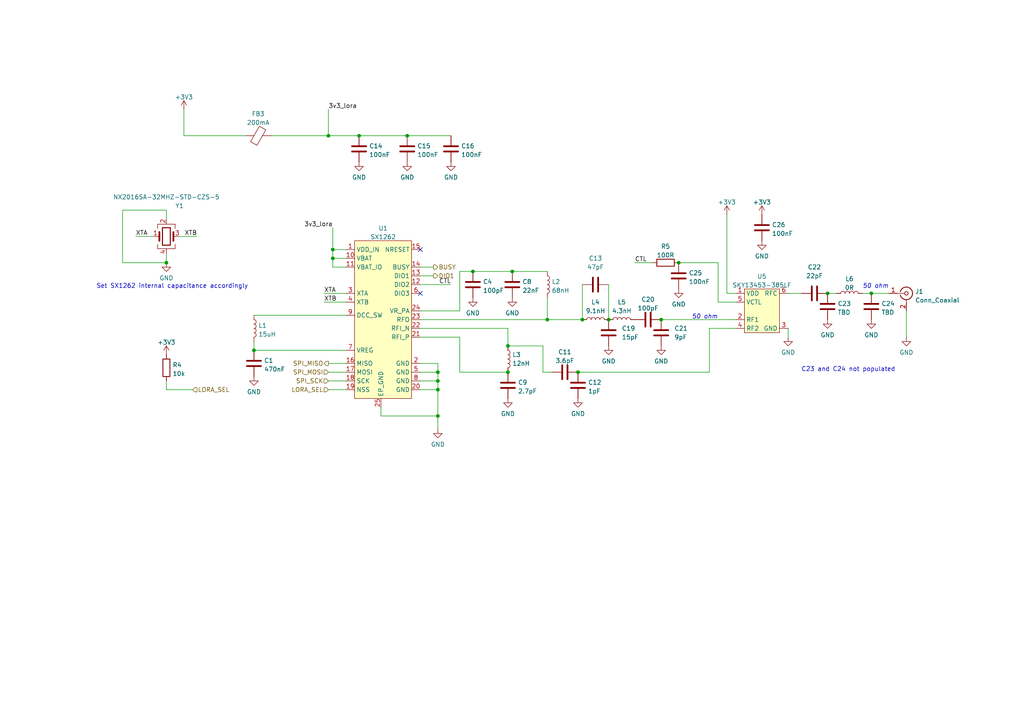
<source format=kicad_sch>
(kicad_sch (version 20230121) (generator eeschema)
  (paper "A4")
  (title_block (title "Tracker") (date "2023-02-07") (rev "1") (company "Polskie Towarzystwo Rakietowe") (comment 1 "bartekM, FlyingBanana, Kretu, Red Labs, karmelek, U.S. air force i inni"))
  (lib_symbols
    (symbol "Connector:Conn_Coaxial" (pin_names (offset 1.016) hide)
      (property "Reference" "J" (at 0.254 3.048 0))
      (property "Value" "Conn_Coaxial" (at 2.921 0 90))
      (symbol "Conn_Coaxial_0_1"
        (arc (start -1.778 -0.508) (mid 0.2311 -1.8066) (end 1.778 0) (stroke (width 0.254)))
        (polyline (pts (xy -2.54 0) (xy -0.508 0)))
        (polyline (pts (xy 0 -2.54) (xy 0 -1.778)))
        (circle (center 0 0) (radius 0.508) (stroke (width 0.2032)))
        (arc (start 1.778 0) (mid 0.2099 1.8101) (end -1.778 0.508) (stroke (width 0.254)))
      )
      (symbol "Conn_Coaxial_1_1"
        (pin passive line (at -5.08 0 0) (length 2.54) (name "In") (number "1"))
        (pin passive line (at 0 -5.08 90) (length 2.54) (name "Ext") (number "2"))
      )
    )
    (symbol "Device:C" (pin_numbers hide) (pin_names (offset 0.254))
      (property "Reference" "C" (at 0.635 2.54 0))
      (property "Value" "C" (at 0.635 -2.54 0))
      (symbol "C_0_1"
        (polyline (pts (xy -2.032 -0.762) (xy 2.032 -0.762)) (stroke (width 0.508)))
        (polyline (pts (xy -2.032 0.762) (xy 2.032 0.762)) (stroke (width 0.508)))
      )
      (symbol "C_1_1"
        (pin passive line (at 0 3.81 270) (length 2.794) (name "~") (number "1"))
        (pin passive line (at 0 -3.81 90) (length 2.794) (name "~") (number "2"))
      )
    )
    (symbol "Device:Crystal_GND24" (pin_names (offset 1.016) hide)
      (property "Reference" "Y" (at 3.175 5.08 0))
      (property "Value" "Crystal_GND24" (at 3.175 3.175 0))
      (symbol "Crystal_GND24_0_1"
        (rectangle (start -1.143 2.54) (end 1.143 -2.54) (stroke (width 0.3048)))
        (polyline (pts (xy -2.54 0) (xy -2.032 0)))
        (polyline (pts (xy -2.032 -1.27) (xy -2.032 1.27)) (stroke (width 0.508)))
        (polyline (pts (xy 0 -3.81) (xy 0 -3.556)))
        (polyline (pts (xy 0 3.556) (xy 0 3.81)))
        (polyline (pts (xy 2.032 -1.27) (xy 2.032 1.27)) (stroke (width 0.508)))
        (polyline (pts (xy 2.032 0) (xy 2.54 0)))
        (polyline (pts (xy -2.54 -2.286) (xy -2.54 -3.556) (xy 2.54 -3.556) (xy 2.54 -2.286)))
        (polyline (pts (xy -2.54 2.286) (xy -2.54 3.556) (xy 2.54 3.556) (xy 2.54 2.286)))
      )
      (symbol "Crystal_GND24_1_1"
        (pin passive line (at -3.81 0 0) (length 1.27) (name "1") (number "1"))
        (pin passive line (at 0 5.08 270) (length 1.27) (name "2") (number "2"))
        (pin passive line (at 3.81 0 180) (length 1.27) (name "3") (number "3"))
        (pin passive line (at 0 -5.08 90) (length 1.27) (name "4") (number "4"))
      )
    )
    (symbol "Device:FerriteBead" (pin_numbers hide) (pin_names (offset 0))
      (property "Reference" "FB" (at -3.81 0.635 90))
      (property "Value" "FerriteBead" (at 3.81 0 90))
      (symbol "FerriteBead_0_1"
        (polyline (pts (xy 0 -1.27) (xy 0 -1.2192)))
        (polyline (pts (xy 0 1.27) (xy 0 1.2954)))
        (polyline (pts (xy -2.7686 0.4064) (xy -1.7018 2.2606) (xy 2.7686 -0.3048) (xy 1.6764 -2.159) (xy -2.7686 0.4064)))
      )
      (symbol "FerriteBead_1_1"
        (pin passive line (at 0 3.81 270) (length 2.54) (name "~") (number "1"))
        (pin passive line (at 0 -3.81 90) (length 2.54) (name "~") (number "2"))
      )
    )
    (symbol "Device:L" (pin_numbers hide) (pin_names (offset 1.016) hide)
      (property "Reference" "L" (at -1.27 0 90))
      (property "Value" "L" (at 1.905 0 90))
      (symbol "L_0_1"
        (arc (start 0 -2.54) (mid 0.6323 -1.905) (end 0 -1.27))
        (arc (start 0 -1.27) (mid 0.6323 -0.635) (end 0 0))
        (arc (start 0 0) (mid 0.6323 0.635) (end 0 1.27))
        (arc (start 0 1.27) (mid 0.6323 1.905) (end 0 2.54))
      )
      (symbol "L_1_1"
        (pin passive line (at 0 3.81 270) (length 1.27) (name "1") (number "1"))
        (pin passive line (at 0 -3.81 90) (length 1.27) (name "2") (number "2"))
      )
    )
    (symbol "Device:R" (pin_numbers hide) (pin_names (offset 0))
      (property "Reference" "R" (at 2.032 0 90))
      (property "Value" "R" (at 0 0 90))
      (symbol "R_0_1"
        (rectangle (start -1.016 -2.54) (end 1.016 2.54) (stroke (width 0.254)))
      )
      (symbol "R_1_1"
        (pin passive line (at 0 3.81 270) (length 1.27) (name "~") (number "1"))
        (pin passive line (at 0 -3.81 90) (length 1.27) (name "~") (number "2"))
      )
    )
    (symbol "power:+3V3" (power) (pin_names (offset 0))
      (property "Value" "+3V3" (at 0 3.556 0))
      (symbol "+3V3_0_1"
        (polyline (pts (xy -0.762 1.27) (xy 0 2.54)))
        (polyline (pts (xy 0 0) (xy 0 2.54)))
        (polyline (pts (xy 0 2.54) (xy 0.762 1.27)))
      )
      (symbol "+3V3_1_1"
        (pin power_in line (at 0 0 90) (length 0) hide (name "+3V3") (number "1"))
      )
    )
    (symbol "power:GND" (power) (pin_names (offset 0))
      (property "Value" "GND" (at 0 -3.81 0))
      (symbol "GND_0_1"
        (polyline (pts (xy 0 0) (xy 0 -1.27) (xy 1.27 -1.27) (xy 0 -2.54) (xy -1.27 -1.27) (xy 0 -1.27)))
      )
      (symbol "GND_1_1"
        (pin power_in line (at 0 0 270) (length 0) hide (name "GND") (number "1"))
      )
    )
    (symbol "stanley_misc:SKY13453-385LF"
      (property "Reference" "U" (at 0 10.16 0))
      (property "Value" "SKY13453-385LF" (at 0 7.62 0))
      (symbol "SKY13453-385LF_0_1"
        (rectangle (start -5.08 6.35) (end 5.08 -6.35) (stroke (width 0.1524)) (fill (type background)))
      )
      (symbol "SKY13453-385LF_1_1"
        (pin input line (at -7.62 5.08 0) (length 2.54) (name "VDD") (number "1"))
        (pin input line (at -7.62 -2.54 0) (length 2.54) (name "RF1") (number "2"))
        (pin input line (at 7.62 -5.08 180) (length 2.54) (name "GND") (number "3"))
        (pin input line (at -7.62 -5.08 0) (length 2.54) (name "RF2") (number "4"))
        (pin input line (at -7.62 2.54 0) (length 2.54) (name "VCTL") (number "5"))
        (pin input line (at 7.62 5.08 180) (length 2.54) (name "RFC") (number "6"))
      )
    )
    (symbol "stanley_misc:SX1262"
      (property "Reference" "U" (at 0 16.51 0))
      (property "Value" "SX1262" (at 0 13.97 0))
      (symbol "SX1262_0_1"
        (rectangle (start -7.62 12.7) (end 8.89 -33.02) (stroke (width 0.1524)) (fill (type background)))
      )
      (symbol "SX1262_1_1"
        (pin input line (at -10.16 10.16 0) (length 2.54) (name "VDD_IN") (number "1"))
        (pin input line (at -10.16 7.62 0) (length 2.54) (name "VBAT") (number "10"))
        (pin input line (at -10.16 5.08 0) (length 2.54) (name "VBAT_IO") (number "11"))
        (pin input line (at 11.43 0 180) (length 2.54) (name "DIO2") (number "12"))
        (pin input line (at 11.43 2.54 180) (length 2.54) (name "DIO1") (number "13"))
        (pin input line (at 11.43 5.08 180) (length 2.54) (name "BUSY") (number "14"))
        (pin input line (at 11.43 10.16 180) (length 2.54) (name "NRESET") (number "15"))
        (pin input line (at -10.16 -22.86 0) (length 2.54) (name "MISO") (number "16"))
        (pin input line (at -10.16 -25.4 0) (length 2.54) (name "MOSI") (number "17"))
        (pin input line (at -10.16 -27.94 0) (length 2.54) (name "SCK") (number "18"))
        (pin input line (at -10.16 -30.48 0) (length 2.54) (name "NSS") (number "19"))
        (pin input line (at 11.43 -22.86 180) (length 2.54) (name "GND") (number "2"))
        (pin input line (at 11.43 -30.48 180) (length 2.54) (name "GND") (number "20"))
        (pin input line (at 11.43 -15.24 180) (length 2.54) (name "RFI_P") (number "21"))
        (pin input line (at 11.43 -12.7 180) (length 2.54) (name "RFI_N") (number "22"))
        (pin input line (at 11.43 -10.16 180) (length 2.54) (name "RFO") (number "23"))
        (pin input line (at 11.43 -7.62 180) (length 2.54) (name "VR_PA") (number "24"))
        (pin input line (at 0 -35.56 90) (length 2.54) (name "EP_GND") (number "25"))
        (pin input line (at -10.16 -2.54 0) (length 2.54) (name "XTA") (number "3"))
        (pin input line (at -10.16 -5.08 0) (length 2.54) (name "XTB") (number "4"))
        (pin input line (at 11.43 -25.4 180) (length 2.54) (name "GND") (number "5"))
        (pin input line (at 11.43 -2.54 180) (length 2.54) (name "DIO3") (number "6"))
        (pin input line (at -10.16 -19.05 0) (length 2.54) (name "VREG") (number "7"))
        (pin input line (at 11.43 -27.94 180) (length 2.54) (name "GND") (number "8"))
        (pin input line (at -10.16 -8.89 0) (length 2.54) (name "DCC_SW") (number "9"))
      )
    )
  )
  (junction (at 196.85 76.2))
  (junction (at 96.52 72.39))
  (junction (at 118.11 39.37))
  (junction (at 147.32 100.33))
  (junction (at 127 120.65))
  (junction (at 167.64 107.95))
  (junction (at 127 110.49))
  (junction (at 168.91 92.71))
  (junction (at 176.53 92.71))
  (junction (at 48.26 76.2))
  (junction (at 147.32 107.95))
  (junction (at 158.75 92.71))
  (junction (at 137.16 78.74))
  (junction (at 191.77 92.71))
  (junction (at 127 113.03))
  (junction (at 95.25 39.37))
  (junction (at 96.52 74.93))
  (junction (at 104.14 39.37))
  (junction (at 148.59 78.74))
  (junction (at 240.03 85.09))
  (junction (at 252.73 85.09))
  (junction (at 127 107.95))
  (junction (at 73.66 101.6))
  (no_connect (at 121.92 72.39))
  (no_connect (at 121.92 85.09))
  (wire (pts (xy 35.56 60.96) (xy 35.56 76.2)))
  (wire (pts (xy 121.92 90.17) (xy 133.35 90.17)))
  (wire (pts (xy 48.26 60.96) (xy 35.56 60.96)))
  (wire (pts (xy 127 110.49) (xy 127 113.03)))
  (wire (pts (xy 121.92 113.03) (xy 127 113.03)))
  (wire (pts (xy 121.92 92.71) (xy 158.75 92.71)))
  (wire (pts (xy 127 120.65) (xy 127 124.46)))
  (wire (pts (xy 95.25 39.37) (xy 104.14 39.37)))
  (wire (pts (xy 48.26 113.03) (xy 55.88 113.03)))
  (wire (pts (xy 240.03 85.09) (xy 242.57 85.09)))
  (wire (pts (xy 158.75 92.71) (xy 168.91 92.71)))
  (wire (pts (xy 168.91 82.55) (xy 168.91 92.71)))
  (wire (pts (xy 121.92 95.25) (xy 147.32 95.25)))
  (wire (pts (xy 148.59 78.74) (xy 158.75 78.74)))
  (wire (pts (xy 52.07 68.58) (xy 57.15 68.58)))
  (wire (pts (xy 39.37 68.58) (xy 44.45 68.58)))
  (wire (pts (xy 48.26 110.49) (xy 48.26 113.03)))
  (wire (pts (xy 96.52 72.39) (xy 100.33 72.39)))
  (wire (pts (xy 96.52 66.04) (xy 96.52 72.39)))
  (wire (pts (xy 184.15 76.2) (xy 189.23 76.2)))
  (wire (pts (xy 121.92 107.95) (xy 127 107.95)))
  (wire (pts (xy 205.74 107.95) (xy 167.64 107.95)))
  (wire (pts (xy 104.14 39.37) (xy 118.11 39.37)))
  (wire (pts (xy 48.26 63.5) (xy 48.26 60.96)))
  (wire (pts (xy 147.32 100.33) (xy 147.32 95.25)))
  (wire (pts (xy 96.52 74.93) (xy 96.52 77.47)))
  (wire (pts (xy 160.02 107.95) (xy 157.48 107.95)))
  (wire (pts (xy 93.98 87.63) (xy 100.33 87.63)))
  (wire (pts (xy 158.75 86.36) (xy 158.75 92.71)))
  (wire (pts (xy 191.77 92.71) (xy 213.36 92.71)))
  (wire (pts (xy 121.92 80.01) (xy 125.73 80.01)))
  (wire (pts (xy 208.28 87.63) (xy 208.28 76.2)))
  (wire (pts (xy 121.92 105.41) (xy 127 105.41)))
  (wire (pts (xy 96.52 77.47) (xy 100.33 77.47)))
  (wire (pts (xy 125.73 77.47) (xy 121.92 77.47)))
  (wire (pts (xy 210.82 85.09) (xy 213.36 85.09)))
  (wire (pts (xy 121.92 97.79) (xy 133.35 97.79)))
  (wire (pts (xy 133.35 97.79) (xy 133.35 107.95)))
  (wire (pts (xy 121.92 110.49) (xy 127 110.49)))
  (wire (pts (xy 71.12 39.37) (xy 53.34 39.37)))
  (wire (pts (xy 73.66 91.44) (xy 100.33 91.44)))
  (wire (pts (xy 127 113.03) (xy 127 120.65)))
  (wire (pts (xy 205.74 95.25) (xy 205.74 107.95)))
  (wire (pts (xy 95.25 113.03) (xy 100.33 113.03)))
  (wire (pts (xy 252.73 85.09) (xy 257.81 85.09)))
  (wire (pts (xy 137.16 78.74) (xy 148.59 78.74)))
  (wire (pts (xy 213.36 95.25) (xy 205.74 95.25)))
  (wire (pts (xy 95.25 105.41) (xy 100.33 105.41)))
  (wire (pts (xy 110.49 120.65) (xy 127 120.65)))
  (wire (pts (xy 93.98 85.09) (xy 100.33 85.09)))
  (wire (pts (xy 110.49 118.11) (xy 110.49 120.65)))
  (wire (pts (xy 133.35 78.74) (xy 133.35 90.17)))
  (wire (pts (xy 96.52 72.39) (xy 96.52 74.93)))
  (wire (pts (xy 232.41 85.09) (xy 228.6 85.09)))
  (wire (pts (xy 250.19 85.09) (xy 252.73 85.09)))
  (wire (pts (xy 213.36 87.63) (xy 208.28 87.63)))
  (wire (pts (xy 73.66 101.6) (xy 100.33 101.6)))
  (wire (pts (xy 133.35 107.95) (xy 147.32 107.95)))
  (wire (pts (xy 157.48 107.95) (xy 157.48 100.33)))
  (wire (pts (xy 96.52 74.93) (xy 100.33 74.93)))
  (wire (pts (xy 262.89 90.17) (xy 262.89 97.79)))
  (wire (pts (xy 157.48 100.33) (xy 147.32 100.33)))
  (wire (pts (xy 127 107.95) (xy 127 110.49)))
  (wire (pts (xy 118.11 39.37) (xy 130.81 39.37)))
  (wire (pts (xy 95.25 107.95) (xy 100.33 107.95)))
  (wire (pts (xy 210.82 62.23) (xy 210.82 85.09)))
  (wire (pts (xy 95.25 110.49) (xy 100.33 110.49)))
  (wire (pts (xy 176.53 82.55) (xy 176.53 92.71)))
  (wire (pts (xy 78.74 39.37) (xy 95.25 39.37)))
  (wire (pts (xy 196.85 76.2) (xy 208.28 76.2)))
  (wire (pts (xy 133.35 78.74) (xy 137.16 78.74)))
  (wire (pts (xy 53.34 39.37) (xy 53.34 31.75)))
  (wire (pts (xy 228.6 95.25) (xy 228.6 97.79)))
  (wire (pts (xy 127 105.41) (xy 127 107.95)))
  (wire (pts (xy 73.66 99.06) (xy 73.66 101.6)))
  (wire (pts (xy 35.56 76.2) (xy 48.26 76.2)))
  (wire (pts (xy 121.92 82.55) (xy 130.81 82.55)))
  (wire (pts (xy 95.25 39.37) (xy 95.25 31.75)))
  (wire (pts (xy 48.26 76.2) (xy 48.26 73.66)))
  (text "Set SX1262 internal capacitance accordingly" (at 27.94 83.82 0) (effects (font (size 1.27 1.27)) (justify left bottom)))
  (text "C23 and C24 not populated" (at 232.41 107.95 0) (effects (font (size 1.27 1.27)) (justify left bottom)))
  (text "50 ohm" (at 200.66 92.71 0) (effects (font (size 1.27 1.27) italic) (justify left bottom)))
  (text "50 ohm" (at 250.19 83.82 0) (effects (font (size 1.27 1.27) italic) (justify left bottom)))
  (label "CTL" (at 130.81 82.55 180))
  (label "XTB" (at 93.98 87.63 0))
  (label "XTB" (at 57.15 68.58 180))
  (label "CTL" (at 184.15 76.2 0))
  (label "3v3_lora" (at 95.25 31.75 0))
  (label "XTA" (at 93.98 85.09 0))
  (label "XTA" (at 39.37 68.58 0))
  (label "3v3_lora" (at 96.52 66.04 180))
  (hierarchical_label "LORA_SEL" (shape input) (at 95.25 113.03 180))
  (hierarchical_label "SPI_SCK" (shape input) (at 95.25 110.49 180))
  (hierarchical_label "SPI_MISO" (shape output) (at 95.25 105.41 180))
  (hierarchical_label "SPI_MOSI" (shape input) (at 95.25 107.95 180))
  (hierarchical_label "LORA_SEL" (shape input) (at 55.88 113.03 0))
  (hierarchical_label "BUSY" (shape output) (at 125.73 77.47 0))
  (hierarchical_label "DIO1" (shape output) (at 125.73 80.01 0))
  (symbol (lib_id "Device:L") (at 147.32 104.14 0) (unit 1)
    (property "Reference" "L3" (at 148.59 102.87 0) (effects (justify left)))
    (property "Value" "12nH" (at 148.59 105.41 0) (effects (justify left)))
    (property "Footprint" "Inductor_SMD:L_0402_1005Metric" (effects hide))
    (property "LCSC" "C275264" (effects hide))
  )
  (symbol (lib_id "Device:C") (at 73.66 105.41 0) (unit 1)
    (property "Reference" "C1" (at 76.581 104.5753 0) (effects (justify left)))
    (property "Value" "470nF" (at 76.581 107.1122 0) (effects (justify left)))
    (property "Footprint" "Capacitor_SMD:C_0402_1005Metric" (effects hide))
    (property "LCSC" "C47339" (effects hide))
  )
  (symbol (lib_id "power:GND") (at 73.66 109.22 0) (unit 1)
    (property "Reference" "#PWR0119" (effects hide))
    (property "Value" "GND" (at 73.66 113.6634 0))
  )
  (symbol (lib_id "Device:C") (at 104.14 43.18 0) (unit 1)
    (property "Reference" "C14" (at 107.061 42.3453 0) (effects (justify left)))
    (property "Value" "100nF" (at 107.061 44.8822 0) (effects (justify left)))
    (property "Footprint" "Capacitor_SMD:C_0402_1005Metric" (effects hide))
    (property "LCSC" "C1525" (effects hide))
  )
  (symbol (lib_id "power:GND") (at 118.11 46.99 0) (unit 1)
    (property "Reference" "#PWR0134" (effects hide))
    (property "Value" "GND" (at 118.11 51.4334 0))
  )
  (symbol (lib_id "Device:C") (at 187.96 92.71 90) (unit 1)
    (property "Reference" "C20" (at 187.96 86.8512 90))
    (property "Value" "100pF" (at 187.96 89.3881 90))
    (property "Footprint" "Capacitor_SMD:C_0402_1005Metric" (effects hide))
    (property "LCSC" "C1546" (effects hide))
  )
  (symbol (lib_id "Device:C") (at 148.59 82.55 0) (unit 1)
    (property "Reference" "C8" (at 151.511 81.7153 0) (effects (justify left)))
    (property "Value" "22nF" (at 151.511 84.2522 0) (effects (justify left)))
    (property "Footprint" "Capacitor_SMD:C_0402_1005Metric" (effects hide))
    (property "LCSC" "C1532" (effects hide))
  )
  (symbol (lib_id "power:GND") (at 148.59 86.36 0) (unit 1)
    (property "Reference" "#PWR0121" (effects hide))
    (property "Value" "GND" (at 148.59 90.8034 0))
  )
  (symbol (lib_id "power:GND") (at 48.26 76.2 0) (unit 1)
    (property "Reference" "#PWR0103" (effects hide))
    (property "Value" "GND" (at 48.26 80.6434 0))
  )
  (symbol (lib_id "Device:C") (at 196.85 80.01 180) (unit 1)
    (property "Reference" "C25" (at 199.771 79.1753 0) (effects (justify right)))
    (property "Value" "100nF" (at 199.771 81.7122 0) (effects (justify right)))
    (property "Footprint" "Capacitor_SMD:C_0402_1005Metric" (effects hide))
    (property "LCSC" "C1525" (effects hide))
  )
  (symbol (lib_id "stanley_misc:SX1262") (at 110.49 82.55 0) (unit 1)
    (property "Reference" "U1" (at 111.125 66.201 0))
    (property "Value" "SX1262" (at 111.125 68.7379 0))
    (property "Footprint" "Package_DFN_QFN:QFN-24-1EP_4x4mm_P0.5mm_EP2.7x2.7mm" (effects hide))
    (property "LCSC" "C191341" (effects hide))
  )
  (symbol (lib_id "power:GND") (at 137.16 86.36 0) (unit 1)
    (property "Reference" "#PWR0122" (effects hide))
    (property "Value" "GND" (at 137.16 90.8034 0))
  )
  (symbol (lib_id "Device:L") (at 158.75 82.55 0) (unit 1)
    (property "Reference" "L2" (at 160.02 81.7153 0) (effects (justify left)))
    (property "Value" "68nH" (at 160.02 84.2522 0) (effects (justify left)))
    (property "Footprint" "Inductor_SMD:L_0402_1005Metric" (effects hide))
    (property "LCSC" "C391307" (effects hide))
  )
  (symbol (lib_id "stanley_misc:SKY13453-385LF") (at 220.98 90.17 0) (unit 1)
    (property "Reference" "U5" (at 220.98 80.171 0))
    (property "Value" "SKY13453-385LF" (at 220.98 82.7079 0))
    (property "Footprint" "stanley_footprints:QFN_6_1x1mm" (effects hide))
    (property "LCSC" "C150878" (effects hide))
  )
  (symbol (lib_id "power:GND") (at 130.81 46.99 0) (unit 1)
    (property "Reference" "#PWR0135" (effects hide))
    (property "Value" "GND" (at 130.81 51.4334 0))
  )
  (symbol (lib_id "power:+3V3") (at 53.34 31.75 0) (unit 1)
    (property "Reference" "#PWR0114" (effects hide))
    (property "Value" "+3V3" (at 53.34 28.1742 0))
  )
  (symbol (lib_id "Device:C") (at 191.77 96.52 180) (unit 1)
    (property "Reference" "C21" (at 195.58 95.25 0) (effects (justify right)))
    (property "Value" "9pF" (at 195.58 97.79 0) (effects (justify right)))
    (property "Footprint" "Capacitor_SMD:C_0402_1005Metric" (effects hide))
    (property "LCSC" "C126519" (effects hide))
  )
  (symbol (lib_id "power:GND") (at 104.14 46.99 0) (unit 1)
    (property "Reference" "#PWR0133" (effects hide))
    (property "Value" "GND" (at 104.14 51.4334 0))
  )
  (symbol (lib_id "Device:R") (at 48.26 106.68 0) (unit 1)
    (property "Reference" "R4" (at 50.038 105.8453 0) (effects (justify left)))
    (property "Value" "10k" (at 50.038 108.3822 0) (effects (justify left)))
    (property "Footprint" "Resistor_SMD:R_0402_1005Metric" (effects hide))
    (property "LCSC" "C25744" (effects hide))
  )
  (symbol (lib_id "Device:C") (at 130.81 43.18 0) (unit 1)
    (property "Reference" "C16" (at 133.731 42.3453 0) (effects (justify left)))
    (property "Value" "100nF" (at 133.731 44.8822 0) (effects (justify left)))
    (property "Footprint" "Capacitor_SMD:C_0402_1005Metric" (effects hide))
    (property "LCSC" "C1525" (effects hide))
  )
  (symbol (lib_id "Device:L") (at 246.38 85.09 90) (unit 1)
    (property "Reference" "L6" (at 246.38 80.8822 90))
    (property "Value" "0R" (at 246.38 83.4191 90))
    (property "Footprint" "Inductor_SMD:L_0402_1005Metric" (effects hide))
    (property "LCSC" "C17168" (effects hide))
  )
  (symbol (lib_id "Connector:Conn_Coaxial") (at 262.89 85.09 0) (unit 1)
    (property "Reference" "J1" (at 265.43 84.5485 0) (effects (justify left)))
    (property "Value" "Conn_Coaxial" (at 265.43 87.0854 0) (effects (justify left)))
    (property "Footprint" "Connector_Coaxial:SMA_Samtec_SMA-J-P-X-ST-EM1_EdgeMount" (effects hide))
    (property "Datasheet" " ~" (effects hide))
  )
  (symbol (lib_id "power:GND") (at 252.73 92.71 0) (unit 1)
    (property "Reference" "#PWR0132" (effects hide))
    (property "Value" "GND" (at 252.73 97.1534 0))
  )
  (symbol (lib_id "Device:C") (at 137.16 82.55 0) (unit 1)
    (property "Reference" "C4" (at 140.081 81.7153 0) (effects (justify left)))
    (property "Value" "100pF" (at 140.081 84.2522 0) (effects (justify left)))
    (property "Footprint" "Capacitor_SMD:C_0402_1005Metric" (effects hide))
    (property "LCSC" "C1546" (effects hide))
  )
  (symbol (lib_id "power:GND") (at 228.6 97.79 0) (unit 1)
    (property "Reference" "#PWR0140" (effects hide))
    (property "Value" "GND" (at 228.6 102.2334 0))
  )
  (symbol (lib_id "power:+3V3") (at 210.82 62.23 0) (unit 1)
    (property "Reference" "#PWR0145" (effects hide))
    (property "Value" "+3V3" (at 210.82 58.6542 0))
  )
  (symbol (lib_id "Device:FerriteBead") (at 74.93 39.37 90) (unit 1)
    (property "Reference" "FB3" (at 74.8792 33.0286 90))
    (property "Value" "200mA" (at 74.8792 35.5655 90))
    (property "Footprint" "Inductor_SMD:L_0603_1608Metric" (effects hide))
    (property "LCSC" "C1002" (effects hide))
  )
  (symbol (lib_id "Device:L") (at 172.72 92.71 90) (unit 1)
    (property "Reference" "L4" (at 172.72 87.63 90))
    (property "Value" "9.1nH" (at 172.72 90.17 90))
    (property "Footprint" "Inductor_SMD:L_0402_1005Metric" (effects hide))
    (property "LCSC" "C142211" (effects hide))
  )
  (symbol (lib_id "power:GND") (at 220.98 69.85 0) (unit 1)
    (property "Reference" "#PWR0144" (effects hide))
    (property "Value" "GND" (at 220.98 74.2934 0))
  )
  (symbol (lib_id "power:+3V3") (at 220.98 62.23 0) (unit 1)
    (property "Reference" "#PWR0146" (effects hide))
    (property "Value" "+3V3" (at 220.98 58.6542 0))
  )
  (symbol (lib_id "Device:C") (at 163.83 107.95 90) (unit 1)
    (property "Reference" "C11" (at 163.83 102.0912 90))
    (property "Value" "3.6pF" (at 163.83 104.6281 90))
    (property "Footprint" "Capacitor_SMD:C_0402_1005Metric" (effects hide))
    (property "LCSC" "C52052" (effects hide))
  )
  (symbol (lib_id "Device:C") (at 172.72 82.55 90) (unit 1)
    (property "Reference" "C13" (at 172.72 74.93 90))
    (property "Value" "47pF" (at 172.72 77.47 90))
    (property "Footprint" "Capacitor_SMD:C_0402_1005Metric" (effects hide))
    (property "LCSC" "C1567" (effects hide))
  )
  (symbol (lib_id "Device:C") (at 236.22 85.09 90) (unit 1)
    (property "Reference" "C22" (at 236.22 77.47 90))
    (property "Value" "22pF" (at 236.22 80.01 90))
    (property "Footprint" "Capacitor_SMD:C_0402_1005Metric" (effects hide))
    (property "LCSC" "C1562" (effects hide))
  )
  (symbol (lib_id "Device:C") (at 147.32 111.76 180) (unit 1)
    (property "Reference" "C9" (at 150.241 110.9253 0) (effects (justify right)))
    (property "Value" "2.7pF" (at 150.241 113.4622 0) (effects (justify right)))
    (property "Footprint" "Capacitor_SMD:C_0402_1005Metric" (effects hide))
    (property "LCSC" "C172851" (effects hide))
  )
  (symbol (lib_id "Device:R") (at 193.04 76.2 90) (unit 1)
    (property "Reference" "R5" (at 193.04 71.4842 90))
    (property "Value" "100R" (at 193.04 74.0211 90))
    (property "Footprint" "Resistor_SMD:R_0402_1005Metric" (effects hide))
    (property "LCSC" "C25076" (effects hide))
  )
  (symbol (lib_id "Device:C") (at 220.98 66.04 180) (unit 1)
    (property "Reference" "C26" (at 223.901 65.2053 0) (effects (justify right)))
    (property "Value" "100nF" (at 223.901 67.7422 0) (effects (justify right)))
    (property "Footprint" "Capacitor_SMD:C_0402_1005Metric" (effects hide))
    (property "LCSC" "C1525" (effects hide))
  )
  (symbol (lib_id "power:GND") (at 167.64 115.57 0) (unit 1)
    (property "Reference" "#PWR0129" (effects hide))
    (property "Value" "GND" (at 167.64 120.0134 0))
  )
  (symbol (lib_id "power:GND") (at 196.85 83.82 0) (unit 1)
    (property "Reference" "#PWR0147" (effects hide))
    (property "Value" "GND" (at 196.85 88.2634 0))
  )
  (symbol (lib_id "power:GND") (at 262.89 97.79 0) (unit 1)
    (property "Reference" "#PWR0123" (effects hide))
    (property "Value" "GND" (at 262.89 102.2334 0))
  )
  (symbol (lib_id "Device:C") (at 167.64 111.76 180) (unit 1)
    (property "Reference" "C12" (at 170.561 110.9253 0) (effects (justify right)))
    (property "Value" "1pF" (at 170.561 113.4622 0) (effects (justify right)))
    (property "Footprint" "Capacitor_SMD:C_0402_1005Metric" (effects hide))
    (property "LCSC" "C1550" (effects hide))
  )
  (symbol (lib_id "power:GND") (at 240.03 92.71 0) (unit 1)
    (property "Reference" "#PWR0141" (effects hide))
    (property "Value" "GND" (at 240.03 97.1534 0))
  )
  (symbol (lib_id "power:GND") (at 127 124.46 0) (unit 1)
    (property "Reference" "#PWR0120" (effects hide))
    (property "Value" "GND" (at 127 128.9034 0))
  )
  (symbol (lib_id "power:+3V3") (at 48.26 102.87 0) (unit 1)
    (property "Reference" "#PWR0112" (effects hide))
    (property "Value" "+3V3" (at 48.26 99.2942 0))
  )
  (symbol (lib_id "power:GND") (at 147.32 115.57 0) (unit 1)
    (property "Reference" "#PWR0128" (effects hide))
    (property "Value" "GND" (at 147.32 120.0134 0))
  )
  (symbol (lib_id "Device:C") (at 118.11 43.18 0) (unit 1)
    (property "Reference" "C15" (at 121.031 42.3453 0) (effects (justify left)))
    (property "Value" "100nF" (at 121.031 44.8822 0) (effects (justify left)))
    (property "Footprint" "Capacitor_SMD:C_0402_1005Metric" (effects hide))
    (property "LCSC" "C1525" (effects hide))
  )
  (symbol (lib_id "Device:C") (at 176.53 96.52 180) (unit 1)
    (property "Reference" "C19" (at 180.34 95.25 0) (effects (justify right)))
    (property "Value" "15pF" (at 180.34 97.79 0) (effects (justify right)))
    (property "Footprint" "Capacitor_SMD:C_0402_1005Metric" (effects hide))
    (property "LCSC" "C1548" (effects hide))
  )
  (symbol (lib_id "Device:Crystal_GND24") (at 48.26 68.58 0) (unit 1)
    (property "Reference" "Y1" (at 52.07 59.69 0))
    (property "Value" "NX2016SA-32MHZ-STD-CZS-5" (at 48.26 57.15 0))
    (property "Footprint" "Crystal:Crystal_SMD_2016-4Pin_2.0x1.6mm" (effects hide))
    (property "LCSC" "C843260" (effects hide))
  )
  (symbol (lib_id "Device:L") (at 180.34 92.71 90) (unit 1)
    (property "Reference" "L5" (at 180.34 87.63 90))
    (property "Value" "4.3nH" (at 180.34 90.17 90))
    (property "Footprint" "Inductor_SMD:L_0402_1005Metric" (effects hide))
    (property "LCSC" "C395069" (effects hide))
  )
  (symbol (lib_id "Device:C") (at 240.03 88.9 180) (unit 1)
    (property "Reference" "C23" (at 242.951 88.0653 0) (effects (justify right)))
    (property "Value" "TBD" (at 242.951 90.6022 0) (effects (justify right)))
    (property "Footprint" "Capacitor_SMD:C_0402_1005Metric" (effects hide))
  )
  (symbol (lib_id "power:GND") (at 176.53 100.33 0) (unit 1)
    (property "Reference" "#PWR0143" (effects hide))
    (property "Value" "GND" (at 176.53 104.7734 0))
  )
  (symbol (lib_id "Device:C") (at 252.73 88.9 180) (unit 1)
    (property "Reference" "C24" (at 255.651 88.0653 0) (effects (justify right)))
    (property "Value" "TBD" (at 255.651 90.6022 0) (effects (justify right)))
    (property "Footprint" "Capacitor_SMD:C_0402_1005Metric" (effects hide))
  )
  (symbol (lib_id "Device:L") (at 73.66 95.25 0) (unit 1)
    (property "Reference" "L1" (at 74.93 94.4153 0) (effects (justify left)))
    (property "Value" "15uH" (at 74.93 96.9522 0) (effects (justify left)))
    (property "Footprint" "Inductor_SMD:L_0603_1608Metric" (effects hide))
    (property "LCSC" "C431252" (effects hide))
  )
  (symbol (lib_id "power:GND") (at 191.77 100.33 0) (unit 1)
    (property "Reference" "#PWR0142" (effects hide))
    (property "Value" "GND" (at 191.77 104.7734 0))
  )
)
</source>
